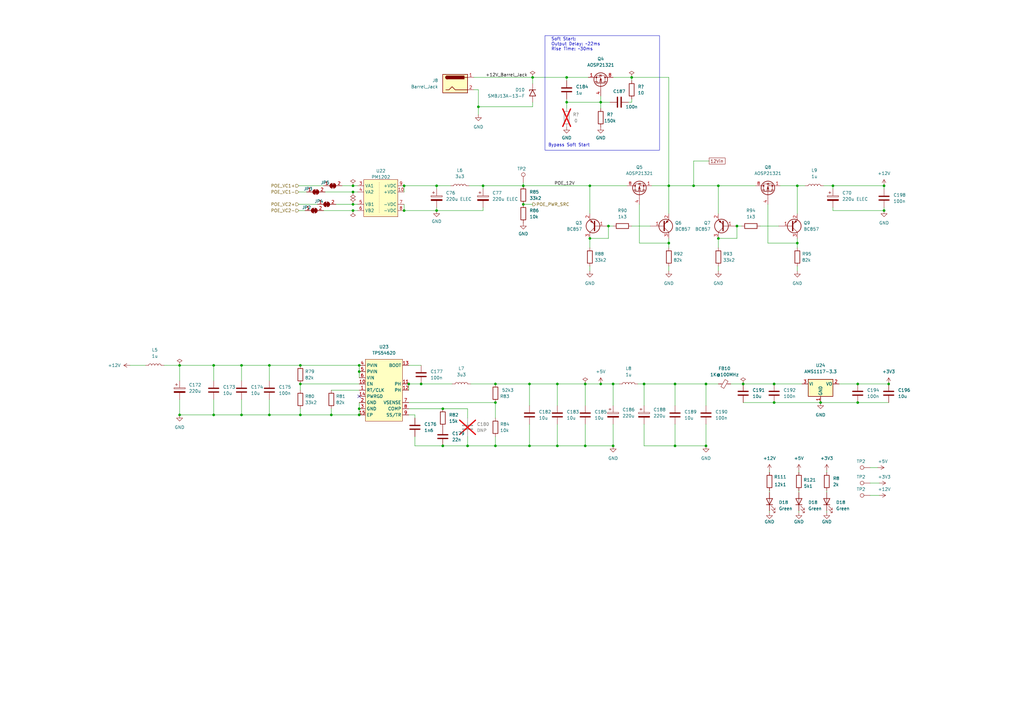
<source format=kicad_sch>
(kicad_sch (version 20230121) (generator eeschema)
  (paper "A3")
  (title_block (title "digital supply") (date "2023-11-27") (rev "r0_3") (company "M-Labs Limited") (comment 1 "Linus Woo Chun Kit"))
  (junction (at 259.08 31.75))
  (junction (at 87.63 149.86))
  (junction (at 179.07 86.36))
  (junction (at 165.735 86.36))
  (junction (at 364.49 157.48))
  (junction (at 241.935 97.79))
  (junction (at 276.86 157.48))
  (junction (at 144.78 76.2))
  (junction (at 181.61 182.88))
  (junction (at 274.32 99.695))
  (junction (at 147.32 167.64))
  (junction (at 241.935 76.2))
  (junction (at 251.46 182.88))
  (junction (at 181.61 167.64))
  (junction (at 144.78 83.82))
  (junction (at 284.48 76.2))
  (junction (at 246.38 157.48))
  (junction (at 317.5 165.1))
  (junction (at 228.6 157.48))
  (junction (at 203.2 157.48))
  (junction (at 362.585 86.36))
  (junction (at 251.46 157.48))
  (junction (at 110.49 170.18))
  (junction (at 144.78 86.36))
  (junction (at 167.64 157.48))
  (junction (at 274.32 76.2))
  (junction (at 135.89 170.18))
  (junction (at 73.66 170.18))
  (junction (at 214.63 83.82))
  (junction (at 302.26 92.71))
  (junction (at 246.38 41.91))
  (junction (at 196.215 43.815))
  (junction (at 240.03 182.88))
  (junction (at 147.32 149.86))
  (junction (at 203.2 182.88))
  (junction (at 336.55 165.1))
  (junction (at 240.03 157.48))
  (junction (at 249.555 92.71))
  (junction (at 110.49 149.86))
  (junction (at 351.79 165.1))
  (junction (at 294.64 97.79))
  (junction (at 123.19 170.18))
  (junction (at 317.5 157.48))
  (junction (at 289.56 157.48))
  (junction (at 351.79 157.48))
  (junction (at 203.2 165.1))
  (junction (at 327.025 76.2))
  (junction (at 217.17 182.88))
  (junction (at 214.63 76.2))
  (junction (at 304.8 157.48))
  (junction (at 217.17 157.48))
  (junction (at 179.07 76.2))
  (junction (at 87.63 170.18))
  (junction (at 232.41 31.75))
  (junction (at 362.585 76.2))
  (junction (at 144.78 78.74))
  (junction (at 123.19 149.86))
  (junction (at 341.63 76.2))
  (junction (at 73.66 149.86))
  (junction (at 165.735 76.2))
  (junction (at 218.44 31.75))
  (junction (at 327.025 99.695))
  (junction (at 99.06 170.18))
  (junction (at 294.64 76.2))
  (junction (at 289.56 182.88))
  (junction (at 232.41 41.91))
  (junction (at 147.32 152.4))
  (junction (at 228.6 182.88))
  (junction (at 191.77 182.88))
  (junction (at 99.06 149.86))
  (junction (at 123.19 157.48))
  (junction (at 276.86 182.88))
  (junction (at 147.32 170.18))
  (junction (at 172.72 157.48))
  (junction (at 198.12 76.2))
  (junction (at 264.16 157.48))
  (no_connect (at 147.32 162.56))
  (wire (pts (xy 337.82 76.2) (xy 341.63 76.2)))
  (wire (pts (xy 135.89 167.64) (xy 135.89 170.18)))
  (wire (pts (xy 294.64 76.2) (xy 309.88 76.2)))
  (wire (pts (xy 362.585 77.47) (xy 362.585 76.2)))
  (wire (pts (xy 87.63 149.86) (xy 99.06 149.86)))
  (wire (pts (xy 147.32 165.1) (xy 147.32 167.64)))
  (wire (pts (xy 165.735 86.36) (xy 179.07 86.36)))
  (wire (pts (xy 144.78 83.82) (xy 146.685 83.82)))
  (wire (pts (xy 140.335 76.2) (xy 144.78 76.2)))
  (wire (pts (xy 327.025 76.2) (xy 327.025 87.63)))
  (wire (pts (xy 110.49 149.86) (xy 123.19 149.86)))
  (wire (pts (xy 99.06 163.83) (xy 99.06 170.18)))
  (wire (pts (xy 339.09 209.55) (xy 339.09 210.185)))
  (wire (pts (xy 264.16 157.48) (xy 276.86 157.48)))
  (wire (pts (xy 241.935 76.2) (xy 257.175 76.2)))
  (wire (pts (xy 165.735 83.82) (xy 165.735 86.36)))
  (wire (pts (xy 294.64 97.79) (xy 294.64 101.6)))
  (wire (pts (xy 135.89 160.02) (xy 147.32 160.02)))
  (wire (pts (xy 228.6 182.88) (xy 240.03 182.88)))
  (wire (pts (xy 327.025 99.695) (xy 327.025 101.6)))
  (wire (pts (xy 218.44 31.75) (xy 194.31 31.75)))
  (wire (pts (xy 99.06 170.18) (xy 110.49 170.18)))
  (wire (pts (xy 110.49 170.18) (xy 123.19 170.18)))
  (wire (pts (xy 232.41 41.91) (xy 232.41 44.45)))
  (wire (pts (xy 192.405 76.2) (xy 198.12 76.2)))
  (wire (pts (xy 274.32 76.2) (xy 284.48 76.2)))
  (wire (pts (xy 341.63 76.2) (xy 362.585 76.2)))
  (wire (pts (xy 304.8 165.1) (xy 317.5 165.1)))
  (wire (pts (xy 170.18 179.07) (xy 170.18 182.88)))
  (wire (pts (xy 203.2 182.88) (xy 203.2 179.07)))
  (wire (pts (xy 181.61 167.64) (xy 191.77 167.64)))
  (wire (pts (xy 217.17 157.48) (xy 217.17 166.37)))
  (wire (pts (xy 53.34 149.86) (xy 59.69 149.86)))
  (wire (pts (xy 267.335 76.2) (xy 274.32 76.2)))
  (wire (pts (xy 122.555 83.82) (xy 130.175 83.82)))
  (wire (pts (xy 246.38 41.91) (xy 250.19 41.91)))
  (wire (pts (xy 147.32 149.86) (xy 147.32 152.4)))
  (wire (pts (xy 167.64 149.86) (xy 172.72 149.86)))
  (wire (pts (xy 123.19 157.48) (xy 123.19 160.02)))
  (wire (pts (xy 123.19 167.64) (xy 123.19 170.18)))
  (wire (pts (xy 73.66 163.83) (xy 73.66 170.18)))
  (wire (pts (xy 240.03 157.48) (xy 240.03 166.37)))
  (wire (pts (xy 132.715 86.36) (xy 144.78 86.36)))
  (wire (pts (xy 251.46 182.88) (xy 251.46 173.99)))
  (wire (pts (xy 259.08 40.64) (xy 259.08 41.91)))
  (wire (pts (xy 317.5 157.48) (xy 328.93 157.48)))
  (wire (pts (xy 276.86 157.48) (xy 289.56 157.48)))
  (wire (pts (xy 99.06 149.86) (xy 110.49 149.86)))
  (wire (pts (xy 320.04 76.2) (xy 327.025 76.2)))
  (wire (pts (xy 167.64 165.1) (xy 203.2 165.1)))
  (wire (pts (xy 284.48 76.2) (xy 294.64 76.2)))
  (wire (pts (xy 289.56 173.99) (xy 289.56 182.88)))
  (wire (pts (xy 251.46 157.48) (xy 251.46 166.37)))
  (wire (pts (xy 274.32 76.2) (xy 274.32 87.63)))
  (wire (pts (xy 123.19 157.48) (xy 147.32 157.48)))
  (wire (pts (xy 196.215 36.83) (xy 194.31 36.83)))
  (wire (pts (xy 218.44 41.91) (xy 218.44 43.815)))
  (wire (pts (xy 87.63 170.18) (xy 99.06 170.18)))
  (wire (pts (xy 135.89 170.18) (xy 147.32 170.18)))
  (wire (pts (xy 351.79 157.48) (xy 364.49 157.48)))
  (wire (pts (xy 179.07 76.2) (xy 179.07 77.47)))
  (wire (pts (xy 327.025 76.2) (xy 330.2 76.2)))
  (wire (pts (xy 123.19 149.86) (xy 147.32 149.86)))
  (wire (pts (xy 276.86 166.37) (xy 276.86 157.48)))
  (wire (pts (xy 144.78 78.74) (xy 146.685 78.74)))
  (wire (pts (xy 276.86 182.88) (xy 289.56 182.88)))
  (wire (pts (xy 232.41 40.64) (xy 232.41 41.91)))
  (wire (pts (xy 73.66 156.21) (xy 73.66 149.86)))
  (wire (pts (xy 232.41 41.91) (xy 246.38 41.91)))
  (wire (pts (xy 214.63 74.93) (xy 214.63 76.2)))
  (wire (pts (xy 198.12 76.2) (xy 214.63 76.2)))
  (wire (pts (xy 294.64 109.22) (xy 294.64 111.125)))
  (wire (pts (xy 122.555 86.36) (xy 125.095 86.36)))
  (wire (pts (xy 259.08 31.75) (xy 259.08 33.02)))
  (wire (pts (xy 217.17 157.48) (xy 228.6 157.48)))
  (wire (pts (xy 232.41 31.75) (xy 232.41 33.02)))
  (wire (pts (xy 259.08 41.91) (xy 257.81 41.91)))
  (wire (pts (xy 356.87 203.2) (xy 360.68 203.2)))
  (wire (pts (xy 246.38 39.37) (xy 246.38 41.91)))
  (wire (pts (xy 362.585 85.09) (xy 362.585 86.36)))
  (wire (pts (xy 203.2 157.48) (xy 217.17 157.48)))
  (wire (pts (xy 344.17 157.48) (xy 351.79 157.48)))
  (wire (pts (xy 123.19 170.18) (xy 135.89 170.18)))
  (wire (pts (xy 339.09 193.675) (xy 339.09 193.04)))
  (wire (pts (xy 198.12 76.2) (xy 198.12 77.47)))
  (wire (pts (xy 170.18 182.88) (xy 181.61 182.88)))
  (wire (pts (xy 294.64 76.2) (xy 294.64 87.63)))
  (wire (pts (xy 284.48 66.04) (xy 284.48 76.2)))
  (wire (pts (xy 290.83 66.04) (xy 284.48 66.04)))
  (wire (pts (xy 218.44 31.75) (xy 218.44 34.29)))
  (wire (pts (xy 191.77 182.88) (xy 203.2 182.88)))
  (wire (pts (xy 172.72 157.48) (xy 185.42 157.48)))
  (wire (pts (xy 261.62 157.48) (xy 264.16 157.48)))
  (wire (pts (xy 315.595 201.93) (xy 315.595 201.295)))
  (wire (pts (xy 251.46 31.75) (xy 259.08 31.75)))
  (wire (pts (xy 327.025 109.22) (xy 327.025 111.125)))
  (wire (pts (xy 110.49 163.83) (xy 110.49 170.18)))
  (wire (pts (xy 314.96 99.695) (xy 327.025 99.695)))
  (wire (pts (xy 249.555 92.71) (xy 251.46 92.71)))
  (wire (pts (xy 341.63 76.2) (xy 341.63 77.47)))
  (wire (pts (xy 203.2 182.88) (xy 217.17 182.88)))
  (wire (pts (xy 254 157.48) (xy 251.46 157.48)))
  (wire (pts (xy 360.045 191.77) (xy 356.87 191.77)))
  (wire (pts (xy 196.215 43.815) (xy 218.44 43.815)))
  (wire (pts (xy 246.38 41.91) (xy 246.38 44.45)))
  (wire (pts (xy 241.935 97.79) (xy 241.935 101.6)))
  (wire (pts (xy 198.12 85.09) (xy 198.12 86.36)))
  (wire (pts (xy 241.935 76.2) (xy 241.935 87.63)))
  (wire (pts (xy 314.96 83.82) (xy 314.96 99.695)))
  (wire (pts (xy 228.6 157.48) (xy 240.03 157.48)))
  (wire (pts (xy 264.16 182.88) (xy 264.16 173.99)))
  (wire (pts (xy 73.66 149.86) (xy 87.63 149.86)))
  (wire (pts (xy 315.595 193.675) (xy 315.595 193.04)))
  (wire (pts (xy 262.255 83.82) (xy 262.255 99.695)))
  (wire (pts (xy 179.07 86.36) (xy 179.07 85.09)))
  (wire (pts (xy 179.07 76.2) (xy 184.785 76.2)))
  (wire (pts (xy 147.32 167.64) (xy 147.32 170.18)))
  (wire (pts (xy 299.72 157.48) (xy 304.8 157.48)))
  (wire (pts (xy 196.215 43.815) (xy 196.215 36.83)))
  (wire (pts (xy 274.32 109.22) (xy 274.32 111.125)))
  (wire (pts (xy 241.935 109.22) (xy 241.935 111.125)))
  (wire (pts (xy 144.78 76.2) (xy 146.685 76.2)))
  (wire (pts (xy 232.41 31.75) (xy 241.3 31.75)))
  (wire (pts (xy 87.63 149.86) (xy 87.63 156.21)))
  (wire (pts (xy 165.735 76.2) (xy 165.735 78.74)))
  (wire (pts (xy 317.5 165.1) (xy 336.55 165.1)))
  (wire (pts (xy 203.2 171.45) (xy 203.2 165.1)))
  (wire (pts (xy 339.09 201.295) (xy 339.09 201.93)))
  (wire (pts (xy 167.64 157.48) (xy 172.72 157.48)))
  (wire (pts (xy 122.555 76.2) (xy 132.715 76.2)))
  (wire (pts (xy 137.795 83.82) (xy 144.78 83.82)))
  (wire (pts (xy 147.32 152.4) (xy 147.32 154.94)))
  (wire (pts (xy 170.18 170.18) (xy 170.18 171.45)))
  (wire (pts (xy 193.04 157.48) (xy 203.2 157.48)))
  (wire (pts (xy 241.935 97.79) (xy 249.555 97.79)))
  (wire (pts (xy 133.35 78.74) (xy 144.78 78.74)))
  (wire (pts (xy 198.12 86.36) (xy 179.07 86.36)))
  (wire (pts (xy 214.63 83.82) (xy 218.44 83.82)))
  (wire (pts (xy 144.78 86.36) (xy 146.685 86.36)))
  (wire (pts (xy 327.66 193.04) (xy 327.66 193.675)))
  (wire (pts (xy 228.6 157.48) (xy 228.6 166.37)))
  (wire (pts (xy 218.44 31.75) (xy 232.41 31.75)))
  (wire (pts (xy 264.16 182.88) (xy 276.86 182.88)))
  (wire (pts (xy 87.63 163.83) (xy 87.63 170.18)))
  (wire (pts (xy 191.77 182.88) (xy 191.77 179.07)))
  (wire (pts (xy 249.555 97.79) (xy 249.555 92.71)))
  (wire (pts (xy 294.64 97.79) (xy 302.26 97.79)))
  (wire (pts (xy 240.03 173.99) (xy 240.03 182.88)))
  (wire (pts (xy 217.17 173.99) (xy 217.17 182.88)))
  (wire (pts (xy 167.64 170.18) (xy 170.18 170.18)))
  (wire (pts (xy 327.025 97.79) (xy 327.025 99.695)))
  (wire (pts (xy 165.735 76.2) (xy 179.07 76.2)))
  (wire (pts (xy 315.595 210.185) (xy 315.595 209.55)))
  (wire (pts (xy 246.38 157.48) (xy 251.46 157.48)))
  (wire (pts (xy 181.61 182.88) (xy 191.77 182.88)))
  (wire (pts (xy 341.63 86.36) (xy 362.585 86.36)))
  (wire (pts (xy 327.66 210.185) (xy 327.66 209.55)))
  (wire (pts (xy 73.66 170.18) (xy 87.63 170.18)))
  (wire (pts (xy 276.86 173.99) (xy 276.86 182.88)))
  (wire (pts (xy 302.26 92.71) (xy 304.165 92.71)))
  (wire (pts (xy 67.31 149.86) (xy 73.66 149.86)))
  (wire (pts (xy 228.6 173.99) (xy 228.6 182.88)))
  (wire (pts (xy 110.49 149.86) (xy 110.49 156.21)))
  (wire (pts (xy 264.16 166.37) (xy 264.16 157.48)))
  (wire (pts (xy 191.77 167.64) (xy 191.77 171.45)))
  (wire (pts (xy 327.66 201.93) (xy 327.66 201.295)))
  (wire (pts (xy 360.68 198.12) (xy 356.87 198.12)))
  (wire (pts (xy 240.03 182.88) (xy 251.46 182.88)))
  (wire (pts (xy 274.32 99.695) (xy 274.32 101.6)))
  (wire (pts (xy 122.555 78.74) (xy 125.73 78.74)))
  (wire (pts (xy 262.255 99.695) (xy 274.32 99.695)))
  (wire (pts (xy 341.63 86.36) (xy 341.63 85.09)))
  (wire (pts (xy 351.79 165.1) (xy 364.49 165.1)))
  (wire (pts (xy 167.64 167.64) (xy 181.61 167.64)))
  (wire (pts (xy 304.8 157.48) (xy 317.5 157.48)))
  (wire (pts (xy 274.32 31.75) (xy 274.32 76.2)))
  (wire (pts (xy 259.08 92.71) (xy 266.7 92.71)))
  (wire (pts (xy 99.06 156.21) (xy 99.06 149.86)))
  (wire (pts (xy 311.785 92.71) (xy 319.405 92.71)))
  (wire (pts (xy 289.56 157.48) (xy 294.64 157.48)))
  (wire (pts (xy 302.26 97.79) (xy 302.26 92.71)))
  (wire (pts (xy 167.64 157.48) (xy 167.64 160.02)))
  (wire (pts (xy 259.08 31.75) (xy 274.32 31.75)))
  (wire (pts (xy 214.63 76.2) (xy 241.935 76.2)))
  (wire (pts (xy 274.32 97.79) (xy 274.32 99.695)))
  (wire (pts (xy 240.03 157.48) (xy 246.38 157.48)))
  (wire (pts (xy 217.17 182.88) (xy 228.6 182.88)))
  (wire (pts (xy 196.215 46.99) (xy 196.215 43.815)))
  (wire (pts (xy 289.56 166.37) (xy 289.56 157.48)))
  (wire (pts (xy 336.55 165.1) (xy 351.79 165.1)))
  (rectangle (start 223.52 14.605) (end 270.51 61.595))
  (text "Bypass Soft Start" (at 241.935 60.325 0) (effects (font (size 1.27 1.27)) (justify right bottom)))
  (text "Soft Start:\nOutput Delay: ~22ms\nRise Time: ~30ms\n" (at 226.06 20.955 0) (effects (font (size 1.27 1.27)) (justify left bottom)))
  (label "POE_12V" (at 227.33 76.2 0))
  (label "+12V_Barrel_Jack" (at 199.136 31.75 0))
  (global_label "12Vin" (shape passive) (at 290.83 66.04 0) (property "Intersheetrefs" "${INTERSHEET_REFS}" (effects hide)))
  (hierarchical_label "POE_PWR_SRC" (shape output) (at 218.44 83.82 0))
  (hierarchical_label "POE_VC2+" (shape input) (at 122.555 83.82 180))
  (hierarchical_label "POE_VC2-" (shape input) (at 122.555 86.36 180))
  (hierarchical_label "POE_VC1-" (shape input) (at 122.555 78.74 180))
  (hierarchical_label "POE_VC1+" (shape input) (at 122.555 76.2 180))
  (symbol (lib_id "Device:L") (at 189.23 157.48 90) (unit 1)
    (property "Reference" "L7" (at 189.23 151.13 90))
    (property "Value" "3u3" (at 189.23 153.67 90))
    (property "Footprint" "Inductor_SMD:L_Wuerth_MAPI-4020" (effects hide))
    (property "MFR_PN" "74438356033" (effects hide))
  )
  (symbol (lib_id "Device:C") (at 276.86 170.18 0) (unit 1)
    (property "Reference" "C189" (at 280.67 168.9099 0) (effects (justify left)))
    (property "Value" "10u" (at 280.67 171.4499 0) (effects (justify left)))
    (property "Footprint" "Capacitor_SMD:C_0805_2012Metric" (effects hide))
    (property "MFR_PN" "CL21B106KOQNNNG" (effects hide))
    (property "MFR_PN_ALT" "CL21B106KOQNNNE" (effects hide))
  )
  (symbol (lib_id "Device:C") (at 362.585 81.28 0) (unit 1)
    (property "Reference" "C198" (at 366.395 80.0099 0) (effects (justify left)))
    (property "Value" "100n" (at 366.395 82.5499 0) (effects (justify left)))
    (property "Footprint" "Capacitor_SMD:C_0603_1608Metric" (effects hide))
    (property "MFR_PN" "CL10B104KB8NNWC" (effects hide))
    (property "MFR_PN_ALT" "CL10B104KB8NNNL" (effects hide))
  )
  (symbol (lib_id "power:+5V") (at 327.66 193.04 0) (unit 1)
    (property "Reference" "#PWR0193" (effects hide))
    (property "Value" "+5V" (at 327.66 187.96 0))
  )
  (symbol (lib_id "Jumper:SolderJumper_2_Bridged") (at 136.525 76.2 0) (unit 1) (in_bom no)
    (property "Reference" "JP5" (at 133.35 74.93 0))
    (property "Value" "SolderJumper_2_Bridged" (effects hide))
    (property "Footprint" "Jumper:SolderJumper-2_P1.3mm_Bridged2Bar_Pad1.0x1.5mm" (effects hide))
  )
  (symbol (lib_id "Device:C_Polarized") (at 341.63 81.28 0) (unit 1)
    (property "Reference" "C70" (at 345.44 79.121 0) (effects (justify left)))
    (property "Value" "220u ELEC" (at 345.44 81.661 0) (effects (justify left)))
    (property "Footprint" "kirdy:Cap_Elec_SMD_865080345012" (effects hide))
    (property "MFR_PN" "865080345012" (effects hide))
  )
  (symbol (lib_id "Device:C_Polarized") (at 179.07 81.28 0) (unit 1)
    (property "Reference" "C76" (at 182.88 79.121 0) (effects (justify left)))
    (property "Value" "220u ELEC" (at 182.88 81.661 0) (effects (justify left)))
    (property "Footprint" "kirdy:Cap_Elec_SMD_865080345012" (effects hide))
    (property "MFR_PN" "865080345012" (effects hide))
    (instances (project "kirdy" (path "" (reference "C76") (unit 1)) (path "" (reference "C73") (unit 1))))
  )
  (symbol (lib_id "Device:R") (at 294.64 105.41 0) (unit 1)
    (property "Reference" "R93" (at 296.545 104.1399 0) (effects (justify left)))
    (property "Value" "33k2" (at 296.545 106.6799 0) (effects (justify left)))
    (property "Footprint" "Resistor_SMD:R_0603_1608Metric" (effects hide))
    (property "MFR_PN" "CR0603-FX-3322ELF" (effects hide))
    (property "MFR_PN_ALT" "RC0603FR-0733K2L" (effects hide))
  )
  (symbol (lib_id "Device:C") (at 170.18 175.26 0) (unit 1)
    (property "Reference" "C176" (at 173.99 173.9899 0) (effects (justify left)))
    (property "Value" "1n6" (at 173.99 176.5299 0) (effects (justify left)))
    (property "Footprint" "Capacitor_SMD:C_0603_1608Metric" (effects hide))
    (property "MFR_PN" "GCM1885C1H162FA16D" (effects hide))
    (property "MFR_PN_ALT" "C0603C162J5GAC7867" (effects hide))
  )
  (symbol (lib_id "Device:C_Polarized") (at 264.16 170.18 0) (unit 1)
    (property "Reference" "C188" (at 267.97 168.0209 0) (effects (justify left)))
    (property "Value" "220u" (at 267.97 170.5609 0) (effects (justify left)))
    (property "Footprint" "Capacitor_Tantalum_SMD:CP_EIA-7343-15_Kemet-W" (effects hide))
    (property "MFR_PN" "T491D227K016AT" (effects hide))
    (property "MFR_PN_ALT" "293D227X9016E2TE3" (effects hide))
  )
  (symbol (lib_id "Transistor_BJT:BC857") (at 324.485 92.71 0) (mirror x) (unit 1)
    (property "Reference" "Q9" (at 329.565 91.4399 0) (effects (justify left)))
    (property "Value" "BC857" (at 329.565 93.9799 0) (effects (justify left)))
    (property "Footprint" "Package_TO_SOT_SMD:SOT-23" (effects hide))
    (property "Datasheet" "https://www.onsemi.com/pub/Collateral/BC860-D.pdf" (effects hide))
    (property "MFR_PN" "BC857B-TP" (effects hide))
    (property "MFR_PN_ALT" "BC857C-TP" (effects hide))
  )
  (symbol (lib_id "Device:C") (at 240.03 170.18 0) (unit 1)
    (property "Reference" "C185" (at 243.84 168.9099 0) (effects (justify left)))
    (property "Value" "10u" (at 243.84 171.4499 0) (effects (justify left)))
    (property "Footprint" "Capacitor_SMD:C_0805_2012Metric" (effects hide))
    (property "MFR_PN" "CL21B106KOQNNNG" (effects hide))
    (property "MFR_PN_ALT" "CL21B106KOQNNNE" (effects hide))
  )
  (symbol (lib_id "power:+12V") (at 315.595 193.04 0) (unit 1)
    (property "Reference" "#PWR0216" (effects hide))
    (property "Value" "+12V" (at 315.595 187.96 0))
  )
  (symbol (lib_id "power:GND") (at 196.215 46.99 0) (mirror y) (unit 1)
    (property "Reference" "#PWR0154" (effects hide))
    (property "Value" "GND" (at 196.215 52.07 0))
  )
  (symbol (lib_id "power:GND") (at 274.32 111.125 0) (unit 1)
    (property "Reference" "#PWR0161" (effects hide))
    (property "Value" "GND" (at 274.32 116.205 0))
  )
  (symbol (lib_id "Device:R") (at 181.61 171.45 0) (unit 1)
    (property "Reference" "R82" (at 184.15 170.1799 0) (effects (justify left)))
    (property "Value" "15k" (at 184.15 172.7199 0) (effects (justify left)))
    (property "Footprint" "Resistor_SMD:R_0603_1608Metric" (effects hide))
    (property "MFR_PN" "RT0603FRE0715KL" (effects hide))
  )
  (symbol (lib_id "Device:C") (at 304.8 161.29 0) (unit 1)
    (property "Reference" "C191" (at 308.61 160.0199 0) (effects (justify left)))
    (property "Value" "10u" (at 308.61 162.5599 0) (effects (justify left)))
    (property "Footprint" "Capacitor_SMD:C_0805_2012Metric" (effects hide))
    (property "MFR_PN" "CL21B106KOQNNNG" (effects hide))
    (property "MFR_PN_ALT" "CL21B106KOQNNNE" (effects hide))
  )
  (symbol (lib_id "Device:C") (at 351.79 161.29 0) (unit 1)
    (property "Reference" "C194" (at 355.6 160.0199 0) (effects (justify left)))
    (property "Value" "100n" (at 355.6 162.5599 0) (effects (justify left)))
    (property "Footprint" "Capacitor_SMD:C_0603_1608Metric" (effects hide))
    (property "MFR_PN" "CL10B104KB8NNWC" (effects hide))
    (property "MFR_PN_ALT" "CL10B104KB8NNNL" (effects hide))
  )
  (symbol (lib_id "power:+12V") (at 362.585 76.2 0) (unit 1)
    (property "Reference" "#PWR0167" (effects hide))
    (property "Value" "+12V" (at 362.585 71.12 0))
  )
  (symbol (lib_id "power:PWR_FLAG") (at 304.8 157.48 0) (unit 1)
    (property "Reference" "#FLG027" (effects hide))
    (property "Value" "PWR_FLAG" (effects hide))
  )
  (symbol (lib_id "power:GND") (at 241.935 111.125 0) (unit 1)
    (property "Reference" "#PWR0157" (effects hide))
    (property "Value" "GND" (at 241.935 116.205 0))
  )
  (symbol (lib_id "Device:L") (at 188.595 76.2 90) (unit 1)
    (property "Reference" "L6" (at 188.595 69.85 90))
    (property "Value" "3u3" (at 188.595 72.39 90))
    (property "Footprint" "Inductor_SMD:L_Wuerth_MAPI-4020" (effects hide))
    (property "MFR_PN" "74438356033" (effects hide))
  )
  (symbol (lib_id "Device:C") (at 87.63 160.02 0) (unit 1)
    (property "Reference" "C173" (at 91.44 158.7499 0) (effects (justify left)))
    (property "Value" "10u" (at 91.44 161.2899 0) (effects (justify left)))
    (property "Footprint" "Capacitor_SMD:C_0805_2012Metric" (effects hide))
    (property "MFR_PN" "CL21B106KOQNNNG" (effects hide))
    (property "MFR_PN_ALT" "CL21B106KOQNNNE" (effects hide))
  )
  (symbol (lib_id "power:PWR_FLAG") (at 144.78 86.36 180) (unit 1)
    (property "Reference" "#FLG023" (effects hide))
    (property "Value" "PWR_FLAG" (effects hide))
  )
  (symbol (lib_id "Device:R") (at 123.19 153.67 0) (unit 1)
    (property "Reference" "R79" (at 125.095 152.3999 0) (effects (justify left)))
    (property "Value" "82k" (at 125.095 154.9399 0) (effects (justify left)))
    (property "Footprint" "Resistor_SMD:R_0603_1608Metric" (effects hide))
    (property "MFR_PN" "CRGCQ0603F82K" (effects hide))
    (property "MFR_PN_ALT" "RMCF0603FT82K0" (effects hide))
  )
  (symbol (lib_id "Connector:TestPoint") (at 356.87 203.2 90) (unit 1)
    (property "Reference" "TP2" (at 354.965 200.66 90) (effects (justify left)))
    (property "Value" "TestPoint" (effects hide))
    (property "Footprint" "TestPoint:TestPoint_Pad_1.0x1.0mm" (effects hide))
    (instances (project "kirdy" (path "" (reference "TP2") (unit 1)) (path "" (reference "TP4") (unit 1)) (path "" (reference "TP14") (unit 1))))
  )
  (symbol (lib_id "Device:C_Polarized") (at 251.46 170.18 0) (unit 1)
    (property "Reference" "C186" (at 255.27 168.0209 0) (effects (justify left)))
    (property "Value" "220u" (at 255.27 170.5609 0) (effects (justify left)))
    (property "Footprint" "Capacitor_Tantalum_SMD:CP_EIA-7343-15_Kemet-W" (effects hide))
    (property "MFR_PN" "T491D227K016AT" (effects hide))
    (property "MFR_PN_ALT" "293D227X9016E2TE3" (effects hide))
  )
  (symbol (lib_id "kirdy:PM1202") (at 155.575 83.82 0) (unit 1)
    (property "Reference" "U22" (at 156.21 70.0872 0))
    (property "Value" "PM1202" (at 156.21 72.6241 0))
    (property "Footprint" "kirdy:PM1202" (effects hide))
    (property "Datasheet" "https://www.sdapo.net/product/product-12-386.html" (effects hide))
    (property "MFR_PN" "PM1202" (effects hide))
  )
  (symbol (lib_id "Device:R") (at 307.975 92.71 90) (unit 1)
    (property "Reference" "R94" (at 307.975 86.36 90))
    (property "Value" "1k3" (at 307.975 88.9 90))
    (property "Footprint" "Resistor_SMD:R_0603_1608Metric" (effects hide))
    (property "MFR_PN" "RC0603FR-071K3L" (effects hide))
    (property "MFR_PN_ALT" "CRCW06031K30FKEAC" (effects hide))
  )
  (symbol (lib_id "Device:C") (at 172.72 153.67 0) (unit 1)
    (property "Reference" "C177" (at 176.53 152.3999 0) (effects (justify left)))
    (property "Value" "100n" (at 176.53 154.9399 0) (effects (justify left)))
    (property "Footprint" "Capacitor_SMD:C_0603_1608Metric" (effects hide))
    (property "MFR_PN" "CL10B104KB8NNWC" (effects hide))
    (property "MFR_PN_ALT" "CL10B104KB8NNNL" (effects hide))
  )
  (symbol (lib_id "Device:R") (at 232.41 48.26 180) (unit 1) (dnp yes)
    (property "Reference" "R?" (at 236.22 46.99 0))
    (property "Value" "0" (at 236.22 49.53 0))
    (property "Footprint" "Resistor_SMD:R_0603_1608Metric" (effects hide))
    (property "MFR_PN" "RMCF0603ZT0R00" (effects hide))
    (property "MFR_PN_ALT" "CR0603-J/-000ELF" (effects hide))
    (instances (project "kirdy" (path "" (reference "R?") (unit 1)) (path "" (reference "R87") (unit 1))))
  )
  (symbol (lib_id "Diode:SM6T15A") (at 218.44 38.1 90) (mirror x) (unit 1)
    (property "Reference" "D10" (at 215.265 36.8299 90) (effects (justify left)))
    (property "Value" "SMBJ13A-13-F" (at 215.265 39.3699 90) (effects (justify left)))
    (property "Footprint" "Diode_SMD:D_SMB" (effects hide))
    (property "Datasheet" "https://www.st.com/resource/en/datasheet/sm6t.pdf" (effects hide))
    (property "MFR_PN" "SMBJ13A-13-F" (effects hide))
    (property "MFR_PN_ALT" "P6SMB16A" (effects hide))
  )
  (symbol (lib_id "power:PWR_FLAG") (at 144.78 78.74 180) (unit 1)
    (property "Reference" "#FLG021" (effects hide))
    (property "Value" "PWR_FLAG" (effects hide))
  )
  (symbol (lib_id "Device:LED") (at 315.595 205.74 90) (unit 1)
    (property "Reference" "D18" (at 319.405 206.0575 90) (effects (justify right)))
    (property "Value" "Green" (at 319.405 208.5975 90) (effects (justify right)))
    (property "Footprint" "LED_SMD:LED_0603_1608Metric" (effects hide))
    (property "MFR_PN" "150060GS75000" (effects hide))
    (instances (project "kirdy" (path "" (reference "D18") (unit 1)) (path "" (reference "D19") (unit 1))))
  )
  (symbol (lib_id "power:PWR_FLAG") (at 144.78 83.82 0) (unit 1)
    (property "Reference" "#FLG022" (effects hide))
    (property "Value" "PWR_FLAG" (effects hide))
  )
  (symbol (lib_id "Jumper:SolderJumper_2_Bridged") (at 128.905 86.36 0) (unit 1) (in_bom no)
    (property "Reference" "JP2" (at 125.73 85.09 0))
    (property "Value" "SolderJumper_2_Bridged" (effects hide))
    (property "Footprint" "Jumper:SolderJumper-2_P1.3mm_Bridged2Bar_Pad1.0x1.5mm" (effects hide))
  )
  (symbol (lib_id "Device:C") (at 228.6 170.18 0) (unit 1)
    (property "Reference" "C183" (at 232.41 168.9099 0) (effects (justify left)))
    (property "Value" "10u" (at 232.41 171.4499 0) (effects (justify left)))
    (property "Footprint" "Capacitor_SMD:C_0805_2012Metric" (effects hide))
    (property "MFR_PN" "CL21B106KOQNNNG" (effects hide))
    (property "MFR_PN_ALT" "CL21B106KOQNNNE" (effects hide))
  )
  (symbol (lib_id "Device:R") (at 203.2 161.29 180) (unit 1)
    (property "Reference" "R83" (at 207.01 162.56 0))
    (property "Value" "52k3" (at 208.28 160.02 0))
    (property "Footprint" "Resistor_SMD:R_0603_1608Metric" (effects hide))
    (property "MFR_PN" "CR0603-FX-5232ELF" (effects hide))
    (property "MFR_PN_ALT" "ERJ-3EKF5232V" (effects hide))
  )
  (symbol (lib_id "Device:C") (at 191.77 175.26 0) (unit 1) (dnp yes)
    (property "Reference" "C180" (at 195.58 173.9899 0) (effects (justify left)))
    (property "Value" "DNP" (at 195.58 176.5299 0) (effects (justify left)))
    (property "Footprint" "Capacitor_SMD:C_0603_1608Metric" (effects hide))
  )
  (symbol (lib_id "power:PWR_FLAG") (at 259.08 31.75 0) (mirror y) (unit 1)
    (property "Reference" "#FLG026" (effects hide))
    (property "Value" "PWR_FLAG" (effects hide))
  )
  (symbol (lib_id "Device:R") (at 214.63 80.01 0) (unit 1)
    (property "Reference" "R85" (at 217.17 78.7399 0) (effects (justify left)))
    (property "Value" "33k2" (at 217.17 81.2799 0) (effects (justify left)))
    (property "Footprint" "Resistor_SMD:R_0603_1608Metric" (effects hide))
    (property "MFR_PN" "CR0603-FX-3322ELF" (effects hide))
    (property "MFR_PN_ALT" "RC0603FR-0733K2L" (effects hide))
  )
  (symbol (lib_id "power:GND") (at 73.66 170.18 0) (unit 1)
    (property "Reference" "#PWR0152" (effects hide))
    (property "Value" "GND" (at 73.66 175.26 0))
  )
  (symbol (lib_id "Device:R") (at 255.27 92.71 90) (unit 1)
    (property "Reference" "R90" (at 255.27 86.36 90))
    (property "Value" "1k3" (at 255.27 88.9 90))
    (property "Footprint" "Resistor_SMD:R_0603_1608Metric" (effects hide))
    (property "MFR_PN" "RC0603FR-071K3L" (effects hide))
    (property "MFR_PN_ALT" "CRCW06031K30FKEAC" (effects hide))
  )
  (symbol (lib_id "Device:L") (at 257.81 157.48 90) (unit 1)
    (property "Reference" "L8" (at 257.81 151.13 90))
    (property "Value" "1u" (at 257.81 153.67 90))
    (property "Footprint" "Inductor_SMD:L_1008_2520Metric" (effects hide))
    (property "MFR_PN" "DFE252012F-1R0M=P2" (effects hide))
    (property "MFR_PN_ALT" "DFE252012P-1R0M=P2" (effects hide))
  )
  (symbol (lib_id "Device:LED") (at 327.66 205.74 90) (unit 1)
    (property "Reference" "D18" (at 331.47 206.0575 90) (effects (justify right)))
    (property "Value" "Green" (at 331.47 208.5975 90) (effects (justify right)))
    (property "Footprint" "LED_SMD:LED_0603_1608Metric" (effects hide))
    (property "MFR_PN" "150060GS75000" (effects hide))
    (instances (project "kirdy" (path "" (reference "D18") (unit 1)) (path "" (reference "D20") (unit 1))))
  )
  (symbol (lib_id "Device:R") (at 259.08 36.83 180) (unit 1)
    (property "Reference" "R?" (at 262.89 35.56 0))
    (property "Value" "10" (at 262.89 38.1 0))
    (property "Footprint" "Resistor_SMD:R_0603_1608Metric" (effects hide))
    (property "MFR_PN" "RT0603BRD0710RL" (effects hide))
    (property "MFR_PN_ALT" "WR06X10R0FTL" (effects hide))
    (instances (project "kirdy" (path "" (reference "R?") (unit 1)) (path "" (reference "R91") (unit 1))))
  )
  (symbol (lib_id "Device:C") (at 289.56 170.18 0) (unit 1)
    (property "Reference" "C190" (at 293.37 168.9099 0) (effects (justify left)))
    (property "Value" "100n" (at 293.37 171.4499 0) (effects (justify left)))
    (property "Footprint" "Capacitor_SMD:C_0603_1608Metric" (effects hide))
    (property "MFR_PN" "CL10B104KB8NNWC" (effects hide))
    (property "MFR_PN_ALT" "CL10B104KB8NNNL" (effects hide))
  )
  (symbol (lib_id "power:+5V") (at 246.38 157.48 0) (unit 1)
    (property "Reference" "#PWR0159" (effects hide))
    (property "Value" "+5V" (at 246.38 152.4 0))
  )
  (symbol (lib_id "Device:R") (at 241.935 105.41 0) (unit 1)
    (property "Reference" "R88" (at 243.84 104.1399 0) (effects (justify left)))
    (property "Value" "33k2" (at 243.84 106.6799 0) (effects (justify left)))
    (property "Footprint" "Resistor_SMD:R_0603_1608Metric" (effects hide))
    (property "MFR_PN" "CR0603-FX-3322ELF" (effects hide))
    (property "MFR_PN_ALT" "RC0603FR-0733K2L" (effects hide))
  )
  (symbol (lib_id "power:PWR_FLAG") (at 73.66 149.86 0) (unit 1)
    (property "Reference" "#FLG019" (effects hide))
    (property "Value" "PWR_FLAG" (effects hide))
  )
  (symbol (lib_id "Transistor_BJT:BC857") (at 297.18 92.71 180) (unit 1)
    (property "Reference" "Q7" (at 291.465 91.4399 0) (effects (justify left)))
    (property "Value" "BC857" (at 291.465 93.9799 0) (effects (justify left)))
    (property "Footprint" "Package_TO_SOT_SMD:SOT-23" (effects hide))
    (property "Datasheet" "https://www.onsemi.com/pub/Collateral/BC860-D.pdf" (effects hide))
    (property "MFR_PN" "BC857B-TP" (effects hide))
    (property "MFR_PN_ALT" "BC857C-TP" (effects hide))
  )
  (symbol (lib_id "power:GND") (at 327.025 111.125 0) (unit 1)
    (property "Reference" "#PWR0164" (effects hide))
    (property "Value" "GND" (at 327.025 116.205 0))
  )
  (symbol (lib_id "Device:R") (at 327.66 197.485 180) (unit 1)
    (property "Reference" "R121" (at 332.105 196.85 0))
    (property "Value" "5k1" (at 331.47 199.39 0))
    (property "Footprint" "Resistor_SMD:R_0603_1608Metric" (effects hide))
    (property "MFR_PN" "RMCF0603FT5K10" (effects hide))
    (property "MFR_PN_ALT" "CR0603-FX-5101ELF" (effects hide))
    (instances (project "kirdy" (path "" (reference "R121") (unit 1)) (path "" (reference "R126") (unit 1)) (path "" (reference "R134") (unit 1))))
  )
  (symbol (lib_id "Device:R") (at 203.2 175.26 0) (unit 1)
    (property "Reference" "R84" (at 205.105 173.9899 0) (effects (justify left)))
    (property "Value" "10k" (at 205.105 176.5299 0) (effects (justify left)))
    (property "Footprint" "Resistor_SMD:R_0603_1608Metric" (effects hide))
    (property "MFR_PN" "RNCP0603FTD10K0" (effects hide))
    (property "MFR_PN_ALT" "RMCF0603FT10K0" (effects hide))
  )
  (symbol (lib_id "Device:R") (at 339.09 197.485 180) (unit 1)
    (property "Reference" "R8" (at 341.63 196.215 0) (effects (justify right)))
    (property "Value" "2k" (at 341.63 198.755 0) (effects (justify right)))
    (property "Footprint" "Resistor_SMD:R_0603_1608Metric" (effects hide))
    (property "MFR_PN" "RC0603FR-072KL" (effects hide))
    (property "MFR_PN_ALT" "ERJ-3EKF2001V" (effects hide))
    (instances (project "kirdy" (path "" (reference "R8") (unit 1)) (path "" (reference "R128") (unit 1)) (path "" (reference "R135") (unit 1))))
  )
  (symbol (lib_id "Device:C") (at 181.61 179.07 0) (unit 1)
    (property "Reference" "C179" (at 185.42 177.7999 0) (effects (justify left)))
    (property "Value" "22n" (at 185.42 180.3399 0) (effects (justify left)))
    (property "Footprint" "Capacitor_SMD:C_0603_1608Metric" (effects hide))
    (property "MFR_PN" "06035C223JAT2A" (effects hide))
    (property "MFR_PN_ALT" "0603B223J250CT" (effects hide))
  )
  (symbol (lib_id "power:+3V3") (at 339.09 193.04 0) (unit 1)
    (property "Reference" "#PWR0194" (effects hide))
    (property "Value" "+3V3" (at 339.09 187.96 0))
  )
  (symbol (lib_id "Device:C") (at 254 41.91 90) (unit 1)
    (property "Reference" "C187" (at 254 37.465 90))
    (property "Value" "100n" (at 259.08 43.815 90))
    (property "Footprint" "Capacitor_SMD:C_0603_1608Metric" (effects hide))
    (property "MFR_PN" "CL10B104KB8NNWC" (effects hide))
    (property "MFR_PN_ALT" "CL10B104KB8NNNL" (effects hide))
  )
  (symbol (lib_id "Transistor_FET:FDS9435A") (at 246.38 34.29 270) (mirror x) (unit 1)
    (property "Reference" "Q4" (at 246.38 24.13 90))
    (property "Value" "AOSP21321" (at 246.38 26.67 90))
    (property "Footprint" "Package_SO:SOIC-8_3.9x4.9mm_P1.27mm" (effects hide))
    (property "Datasheet" "https://www.onsemi.com/pub/Collateral/FDS9435A-D.PDF" (effects hide))
    (property "MFR_PN" "AOSP21321" (effects hide))
    (property "MFR_PN_ALT" "AO4411" (effects hide))
  )
  (symbol (lib_id "power:GND") (at 179.07 86.36 0) (unit 1)
    (property "Reference" "#PWR0153" (effects hide))
    (property "Value" "GND" (at 179.07 90.8034 0))
  )
  (symbol (lib_id "power:PWR_FLAG") (at 144.78 76.2 0) (unit 1)
    (property "Reference" "#FLG020" (effects hide))
    (property "Value" "PWR_FLAG" (effects hide))
  )
  (symbol (lib_id "power:GND") (at 362.585 86.36 0) (unit 1)
    (property "Reference" "#PWR0168" (effects hide))
    (property "Value" "GND" (at 362.585 91.44 0))
  )
  (symbol (lib_id "Device:C") (at 110.49 160.02 0) (unit 1)
    (property "Reference" "C175" (at 114.3 158.7499 0) (effects (justify left)))
    (property "Value" "100n" (at 114.3 161.2899 0) (effects (justify left)))
    (property "Footprint" "Capacitor_SMD:C_0603_1608Metric" (effects hide))
    (property "MFR_PN" "CL10B104KB8NNWC" (effects hide))
    (property "MFR_PN_ALT" "CL10B104KB8NNNL" (effects hide))
  )
  (symbol (lib_id "power:GND") (at 214.63 91.44 0) (unit 1)
    (property "Reference" "#PWR0155" (effects hide))
    (property "Value" "GND" (at 214.63 95.885 0))
  )
  (symbol (lib_id "Device:L") (at 63.5 149.86 90) (unit 1)
    (property "Reference" "L5" (at 63.5 143.51 90))
    (property "Value" "1u" (at 63.5 146.05 90))
    (property "Footprint" "Inductor_SMD:L_1008_2520Metric" (effects hide))
    (property "MFR_PN" "DFE252012F-1R0M=P2" (effects hide))
    (property "MFR_PN_ALT" "DFE252012P-1R0M=P2" (effects hide))
  )
  (symbol (lib_id "Device:R") (at 135.89 163.83 0) (unit 1)
    (property "Reference" "R81" (at 137.795 162.5599 0) (effects (justify left)))
    (property "Value" "82k" (at 137.795 165.0999 0) (effects (justify left)))
    (property "Footprint" "Resistor_SMD:R_0603_1608Metric" (effects hide))
    (property "MFR_PN" "CRGCQ0603F82K" (effects hide))
    (property "MFR_PN_ALT" "RMCF0603FT82K0" (effects hide))
  )
  (symbol (lib_id "power:GND") (at 339.09 210.185 0) (unit 1)
    (property "Reference" "#PWR0196" (effects hide))
    (property "Value" "GND" (at 339.09 213.995 0))
    (instances (project "kirdy" (path "" (reference "#PWR0196") (unit 1)) (path "" (reference "#PWR0205") (unit 1))))
  )
  (symbol (lib_id "Jumper:SolderJumper_2_Bridged") (at 133.985 83.82 0) (unit 1) (in_bom no)
    (property "Reference" "JP4" (at 130.81 82.55 0))
    (property "Value" "SolderJumper_2_Bridged" (effects hide))
    (property "Footprint" "Jumper:SolderJumper-2_P1.3mm_Bridged2Bar_Pad1.0x1.5mm" (effects hide))
  )
  (symbol (lib_id "Jumper:SolderJumper_2_Bridged") (at 129.54 78.74 0) (unit 1) (in_bom no)
    (property "Reference" "JP3" (at 126.365 77.47 0))
    (property "Value" "SolderJumper_2_Bridged" (effects hide))
    (property "Footprint" "Jumper:SolderJumper-2_P1.3mm_Bridged2Bar_Pad1.0x1.5mm" (effects hide))
  )
  (symbol (lib_id "power:GND") (at 294.64 111.125 0) (unit 1)
    (property "Reference" "#PWR0163" (effects hide))
    (property "Value" "GND" (at 294.64 116.205 0))
  )
  (symbol (lib_id "Device:C") (at 217.17 170.18 0) (unit 1)
    (property "Reference" "C182" (at 220.98 168.9099 0) (effects (justify left)))
    (property "Value" "10u" (at 220.98 171.4499 0) (effects (justify left)))
    (property "Footprint" "Capacitor_SMD:C_0805_2012Metric" (effects hide))
    (property "MFR_PN" "CL21B106KOQNNNG" (effects hide))
    (property "MFR_PN_ALT" "CL21B106KOQNNNE" (effects hide))
  )
  (symbol (lib_id "Transistor_BJT:BC857") (at 244.475 92.71 180) (unit 1)
    (property "Reference" "Q3" (at 238.76 91.4399 0) (effects (justify left)))
    (property "Value" "BC857" (at 238.76 93.9799 0) (effects (justify left)))
    (property "Footprint" "Package_TO_SOT_SMD:SOT-23" (effects hide))
    (property "Datasheet" "https://www.onsemi.com/pub/Collateral/BC860-D.pdf" (effects hide))
    (property "MFR_PN" "BC857B-TP" (effects hide))
    (property "MFR_PN_ALT" "BC857C-TP" (effects hide))
  )
  (symbol (lib_id "power:GND") (at 251.46 182.88 0) (unit 1)
    (property "Reference" "#PWR0160" (effects hide))
    (property "Value" "GND" (at 251.46 187.96 0))
  )
  (symbol (lib_id "Device:R") (at 214.63 87.63 0) (unit 1)
    (property "Reference" "R86" (at 217.17 86.3599 0) (effects (justify left)))
    (property "Value" "10k" (at 217.17 88.8999 0) (effects (justify left)))
    (property "Footprint" "Resistor_SMD:R_0603_1608Metric" (effects hide))
    (property "MFR_PN" "RNCP0603FTD10K0" (effects hide))
    (property "MFR_PN_ALT" "RMCF0603FT10K0" (effects hide))
  )
  (symbol (lib_id "Connector:TestPoint") (at 214.63 74.93 0) (unit 1)
    (property "Reference" "TP2" (at 212.09 69.215 0) (effects (justify left)))
    (property "Value" "TestPoint" (effects hide))
    (property "Footprint" "TestPoint:TestPoint_Pad_1.0x1.0mm" (effects hide))
    (instances (project "kirdy" (path "" (reference "TP2") (unit 1)) (path "" (reference "TP4") (unit 1)) (path "" (reference "TP15") (unit 1))))
  )
  (symbol (lib_id "Device:R") (at 274.32 105.41 0) (unit 1)
    (property "Reference" "R92" (at 276.225 104.1399 0) (effects (justify left)))
    (property "Value" "82k" (at 276.225 106.6799 0) (effects (justify left)))
    (property "Footprint" "Resistor_SMD:R_0603_1608Metric" (effects hide))
    (property "MFR_PN" "CRGCQ0603F82K" (effects hide))
    (property "MFR_PN_ALT" "RMCF0603FT82K0" (effects hide))
  )
  (symbol (lib_id "Device:C") (at 317.5 161.29 0) (unit 1)
    (property "Reference" "C192" (at 321.31 160.0199 0) (effects (justify left)))
    (property "Value" "100n" (at 321.31 162.5599 0) (effects (justify left)))
    (property "Footprint" "Capacitor_SMD:C_0603_1608Metric" (effects hide))
    (property "MFR_PN" "CL10B104KB8NNWC" (effects hide))
    (property "MFR_PN_ALT" "CL10B104KB8NNNL" (effects hide))
  )
  (symbol (lib_id "Device:LED") (at 339.09 205.74 90) (unit 1)
    (property "Reference" "D18" (at 342.9 206.0575 90) (effects (justify right)))
    (property "Value" "Green" (at 342.9 208.5975 90) (effects (justify right)))
    (property "Footprint" "LED_SMD:LED_0603_1608Metric" (effects hide))
    (property "MFR_PN" "150060GS75000" (effects hide))
    (instances (project "kirdy" (path "" (reference "D18") (unit 1)) (path "" (reference "D21") (unit 1))))
  )
  (symbol (lib_id "power:GND") (at 327.66 210.185 0) (unit 1)
    (property "Reference" "#PWR0203" (effects hide))
    (property "Value" "GND" (at 327.66 213.995 0))
    (instances (project "kirdy" (path "" (reference "#PWR0203") (unit 1)) (path "" (reference "#PWR0204") (unit 1))))
  )
  (symbol (lib_id "power:GND") (at 246.38 52.07 0) (mirror y) (unit 1)
    (property "Reference" "#PWR0158" (effects hide))
    (property "Value" "GND" (at 246.38 56.515 0))
  )
  (symbol (lib_id "Device:C_Polarized") (at 198.12 81.28 0) (unit 1)
    (property "Reference" "C77" (at 201.93 79.121 0) (effects (justify left)))
    (property "Value" "220u ELEC" (at 201.93 81.661 0) (effects (justify left)))
    (property "Footprint" "kirdy:Cap_Elec_SMD_865080345012" (effects hide))
    (property "MFR_PN" "865080345012" (effects hide))
    (instances (project "kirdy" (path "" (reference "C77") (unit 1)) (path "" (reference "C73") (unit 1))))
  )
  (symbol (lib_id "Device:C") (at 232.41 36.83 0) (unit 1)
    (property "Reference" "C184" (at 236.22 35.56 0) (effects (justify left)))
    (property "Value" "1u" (at 236.22 38.1 0) (effects (justify left)))
    (property "Footprint" "Capacitor_SMD:C_0603_1608Metric" (effects hide))
    (property "MFR_PN" "CL10B105KA8NNNC" (effects hide))
    (property "MFR_PN_ALT" "CGA3E1X7R1E105K080AC" (effects hide))
  )
  (symbol (lib_id "Device:R") (at 123.19 163.83 0) (unit 1)
    (property "Reference" "R80" (at 125.095 162.5599 0) (effects (justify left)))
    (property "Value" "33k2" (at 125.095 165.0999 0) (effects (justify left)))
    (property "Footprint" "Resistor_SMD:R_0603_1608Metric" (effects hide))
    (property "MFR_PN" "CR0603-FX-3322ELF" (effects hide))
    (property "MFR_PN_ALT" "RC0603FR-0733K2L" (effects hide))
  )
  (symbol (lib_id "power:GND") (at 336.55 165.1 0) (unit 1)
    (property "Reference" "#PWR0165" (effects hide))
    (property "Value" "GND" (at 336.55 170.18 0))
  )
  (symbol (lib_id "Device:C") (at 364.49 161.29 0) (unit 1)
    (property "Reference" "C196" (at 368.3 160.0199 0) (effects (justify left)))
    (property "Value" "10u" (at 368.3 162.5599 0) (effects (justify left)))
    (property "Footprint" "Capacitor_SMD:C_0805_2012Metric" (effects hide))
    (property "MFR_PN" "CL21B106KOQNNNG" (effects hide))
    (property "MFR_PN_ALT" "CL21B106KOQNNNE" (effects hide))
  )
  (symbol (lib_id "power:+5V") (at 360.045 191.77 270) (unit 1)
    (property "Reference" "#PWR0214" (effects hide))
    (property "Value" "+5V" (at 360.045 189.23 90) (effects (justify left)))
  )
  (symbol (lib_id "Device:R") (at 246.38 48.26 180) (unit 1)
    (property "Reference" "R?" (at 250.19 46.99 0))
    (property "Value" "150k" (at 250.19 49.53 0))
    (property "Footprint" "Resistor_SMD:R_0603_1608Metric" (effects hide))
    (property "MFR_PN" "CRGCQ0603F150K" (effects hide))
    (property "MFR_PN_ALT" "RMCF0603FG150K" (effects hide))
    (instances (project "kirdy" (path "" (reference "R?") (unit 1)) (path "" (reference "R89") (unit 1))))
  )
  (symbol (lib_id "Connector:Barrel_Jack") (at 186.69 34.29 0) (unit 1)
    (property "Reference" "J8" (at 179.705 33.0199 0) (effects (justify right)))
    (property "Value" "Barrel_Jack" (at 179.705 35.5599 0) (effects (justify right)))
    (property "Footprint" "Connector_BarrelJack:BarrelJack_CUI_PJ-063AH_Horizontal" (effects hide))
    (property "MFR_PN" "PJ-063BH" (effects hide))
  )
  (symbol (lib_id "power:GND") (at 315.595 210.185 0) (unit 1)
    (property "Reference" "#PWR0203" (effects hide))
    (property "Value" "GND" (at 315.595 213.995 0))
    (instances (project "kirdy" (path "" (reference "#PWR0203") (unit 1)) (path "" (reference "#PWR0217") (unit 1))))
  )
  (symbol (lib_id "power:+12V") (at 53.34 149.86 90) (unit 1)
    (property "Reference" "#PWR0151" (effects hide))
    (property "Value" "+12V" (at 49.53 149.8599 90) (effects (justify left)))
  )
  (symbol (lib_id "Regulator_Linear:AMS1117-3.3") (at 336.55 157.48 0) (unit 1)
    (property "Reference" "U24" (at 336.55 149.86 0))
    (property "Value" "AMS1117-3.3" (at 336.55 152.4 0))
    (property "Footprint" "Package_TO_SOT_SMD:SOT-223-3_TabPin2" (effects hide))
    (property "Datasheet" "http://www.advanced-monolithic.com/pdf/ds1117.pdf" (effects hide))
    (property "MFR_PN" "AMS1117-3.3" (effects hide))
  )
  (symbol (lib_id "Transistor_FET:FDS9435A") (at 262.255 78.74 90) (unit 1)
    (property "Reference" "Q5" (at 262.255 68.58 90))
    (property "Value" "AOSP21321" (at 262.255 71.12 90))
    (property "Footprint" "Package_SO:SOIC-8_3.9x4.9mm_P1.27mm" (effects hide))
    (property "Datasheet" "https://www.onsemi.com/pub/Collateral/FDS9435A-D.PDF" (effects hide))
    (property "MFR_PN" "AOSP21321" (effects hide))
    (property "MFR_PN_ALT" "AO4411" (effects hide))
  )
  (symbol (lib_id "Transistor_BJT:BC857") (at 271.78 92.71 0) (mirror x) (unit 1)
    (property "Reference" "Q6" (at 276.86 91.4399 0) (effects (justify left)))
    (property "Value" "BC857" (at 276.86 93.9799 0) (effects (justify left)))
    (property "Footprint" "Package_TO_SOT_SMD:SOT-23" (effects hide))
    (property "Datasheet" "https://www.onsemi.com/pub/Collateral/BC860-D.pdf" (effects hide))
    (property "MFR_PN" "BC857B-TP" (effects hide))
    (property "MFR_PN_ALT" "BC857C-TP" (effects hide))
  )
  (symbol (lib_id "power:PWR_FLAG") (at 218.44 31.75 0) (mirror y) (unit 1)
    (property "Reference" "#FLG024" (effects hide))
    (property "Value" "PWR_FLAG" (effects hide))
  )
  (symbol (lib_id "Device:FerriteBead_Small") (at 297.18 157.48 90) (unit 1)
    (property "Reference" "FB10" (at 297.1419 151.13 90))
    (property "Value" "1K@100MHz" (at 297.1419 153.67 90))
    (property "Footprint" "Inductor_SMD:L_1210_3225Metric" (effects hide))
    (property "MFR_PN" "FBMH3225HM102NT" (effects hide))
    (property "MFR_PN_ALT" "FBMH3225HM102NTV" (effects hide))
  )
  (symbol (lib_id "Device:R") (at 327.025 105.41 0) (unit 1)
    (property "Reference" "R95" (at 328.93 104.1399 0) (effects (justify left)))
    (property "Value" "82k" (at 328.93 106.6799 0) (effects (justify left)))
    (property "Footprint" "Resistor_SMD:R_0603_1608Metric" (effects hide))
    (property "MFR_PN" "CRGCQ0603F82K" (effects hide))
    (property "MFR_PN_ALT" "RMCF0603FT82K0" (effects hide))
  )
  (symbol (lib_id "power:+3V3") (at 360.68 198.12 270) (unit 1)
    (property "Reference" "#PWR0215" (effects hide))
    (property "Value" "+3V3" (at 360.045 195.58 90) (effects (justify left)))
  )
  (symbol (lib_id "Device:C") (at 99.06 160.02 0) (unit 1)
    (property "Reference" "C174" (at 102.87 158.7499 0) (effects (justify left)))
    (property "Value" "10u" (at 102.87 161.2899 0) (effects (justify left)))
    (property "Footprint" "Capacitor_SMD:C_0805_2012Metric" (effects hide))
    (property "MFR_PN" "CL21B106KOQNNNG" (effects hide))
    (property "MFR_PN_ALT" "CL21B106KOQNNNE" (effects hide))
  )
  (symbol (lib_id "Transistor_FET:FDS9435A") (at 314.96 78.74 90) (unit 1)
    (property "Reference" "Q8" (at 314.96 68.58 90))
    (property "Value" "AOSP21321" (at 314.96 71.12 90))
    (property "Footprint" "Package_SO:SOIC-8_3.9x4.9mm_P1.27mm" (effects hide))
    (property "Datasheet" "https://www.onsemi.com/pub/Collateral/FDS9435A-D.PDF" (effects hide))
    (property "MFR_PN" "AOSP21321" (effects hide))
    (property "MFR_PN_ALT" "AO4411" (effects hide))
  )
  (symbol (lib_id "power:GND") (at 232.41 52.07 0) (mirror y) (unit 1)
    (property "Reference" "#PWR0156" (effects hide))
    (property "Value" "GND" (at 232.41 56.515 0))
  )
  (symbol (lib_id "Connector:TestPoint") (at 356.87 191.77 90) (unit 1)
    (property "Reference" "TP2" (at 354.965 189.23 90) (effects (justify left)))
    (property "Value" "TestPoint" (effects hide))
    (property "Footprint" "TestPoint:TestPoint_Pad_1.0x1.0mm" (effects hide))
    (instances (project "kirdy" (path "" (reference "TP2") (unit 1)) (path "" (reference "TP4") (unit 1)) (path "" (reference "TP12") (unit 1))))
  )
  (symbol (lib_id "Connector:TestPoint") (at 356.87 198.12 90) (unit 1)
    (property "Reference" "TP2" (at 354.965 195.58 90) (effects (justify left)))
    (property "Value" "TestPoint" (effects hide))
    (property "Footprint" "TestPoint:TestPoint_Pad_1.0x1.0mm" (effects hide))
    (instances (project "kirdy" (path "" (reference "TP2") (unit 1)) (path "" (reference "TP4") (unit 1)) (path "" (reference "TP13") (unit 1))))
  )
  (symbol (lib_id "power:+3V3") (at 364.49 157.48 0) (unit 1)
    (property "Reference" "#PWR0166" (effects hide))
    (property "Value" "+3V3" (at 364.49 152.4 0))
  )
  (symbol (lib_id "kirdy:TPS54620") (at 157.48 160.02 0) (unit 1)
    (property "Reference" "U23" (at 157.48 142.24 0))
    (property "Value" "TPS54620" (at 157.48 144.78 0))
    (property "Footprint" "Package_DFN_QFN:Texas_S-PVQFN-N14" (effects hide))
    (property "MFR_PN" "TPS54620RHLR" (effects hide))
  )
  (symbol (lib_id "Device:C_Polarized") (at 73.66 160.02 0) (unit 1)
    (property "Reference" "C172" (at 77.47 157.8609 0) (effects (justify left)))
    (property "Value" "220u" (at 77.47 160.4009 0) (effects (justify left)))
    (property "Footprint" "Capacitor_Tantalum_SMD:CP_EIA-7343-15_Kemet-W" (effects hide))
    (property "MFR_PN" "T491D227K016AT" (effects hide))
    (property "MFR_PN_ALT" "293D227X9016E2TE3" (effects hide))
  )
  (symbol (lib_id "Device:L") (at 334.01 76.2 90) (unit 1)
    (property "Reference" "L9" (at 334.01 69.85 90))
    (property "Value" "1u" (at 334.01 72.39 90))
    (property "Footprint" "Inductor_SMD:L_1008_2520Metric" (effects hide))
    (property "MFR_PN" "DFE252012F-1R0M=P2" (effects hide))
    (property "MFR_PN_ALT" "DFE252012P-1R0M=P2" (effects hide))
  )
  (symbol (lib_id "power:GND") (at 289.56 182.88 0) (unit 1)
    (property "Reference" "#PWR0162" (effects hide))
    (property "Value" "GND" (at 289.56 187.96 0))
  )
  (symbol (lib_id "Device:R") (at 315.595 197.485 180) (unit 1)
    (property "Reference" "R111" (at 320.04 195.58 0))
    (property "Value" "12k1" (at 320.04 198.755 0))
    (property "Footprint" "Resistor_SMD:R_0603_1608Metric" (effects hide))
    (property "MFR_PN" "RNCP0603FTD12K1" (effects hide))
    (property "MFR_PN_ALT" "CR0603-FX-1212ELF" (effects hide))
    (instances (project "kirdy" (path "" (reference "R111") (unit 1)) (path "" (reference "R133") (unit 1)) (path "" (reference "R136") (unit 1))))
  )
  (symbol (lib_id "power:+12V") (at 360.68 203.2 270) (unit 1)
    (property "Reference" "#PWR0218" (effects hide))
    (property "Value" "+12V" (at 360.045 200.66 90) (effects (justify left)))
  )
  (symbol (lib_id "power:PWR_FLAG") (at 240.03 157.48 0) (unit 1)
    (property "Reference" "#FLG025" (effects hide))
    (property "Value" "PWR_FLAG" (effects hide))
  )
)
</source>
